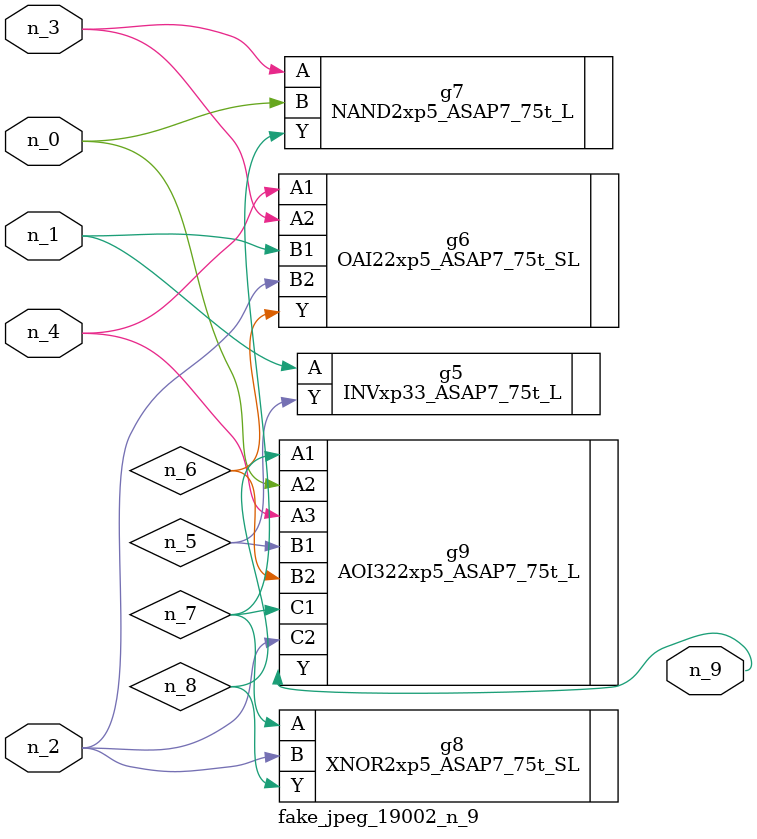
<source format=v>
module fake_jpeg_19002_n_9 (n_3, n_2, n_1, n_0, n_4, n_9);

input n_3;
input n_2;
input n_1;
input n_0;
input n_4;

output n_9;

wire n_8;
wire n_6;
wire n_5;
wire n_7;

INVxp33_ASAP7_75t_L g5 ( 
.A(n_1),
.Y(n_5)
);

OAI22xp5_ASAP7_75t_SL g6 ( 
.A1(n_4),
.A2(n_3),
.B1(n_1),
.B2(n_2),
.Y(n_6)
);

NAND2xp5_ASAP7_75t_L g7 ( 
.A(n_3),
.B(n_0),
.Y(n_7)
);

XNOR2xp5_ASAP7_75t_SL g8 ( 
.A(n_7),
.B(n_2),
.Y(n_8)
);

AOI322xp5_ASAP7_75t_L g9 ( 
.A1(n_8),
.A2(n_0),
.A3(n_4),
.B1(n_5),
.B2(n_6),
.C1(n_7),
.C2(n_2),
.Y(n_9)
);


endmodule
</source>
